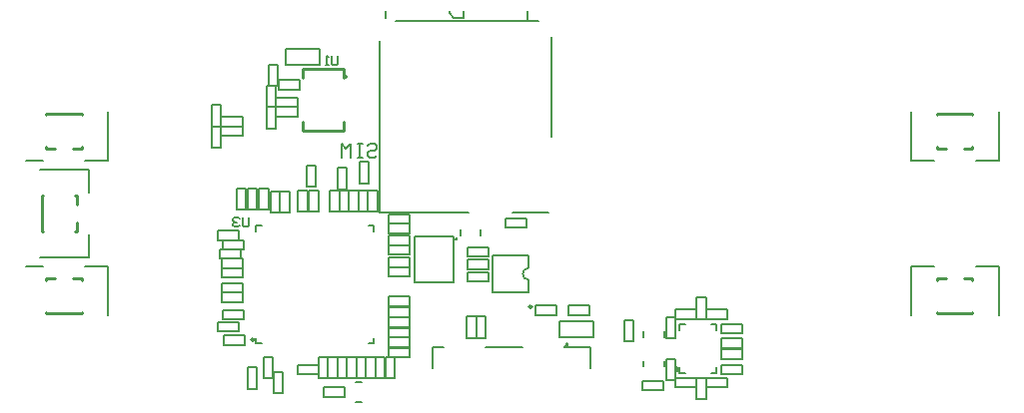
<source format=gbo>
G04*
G04 #@! TF.GenerationSoftware,Altium Limited,Altium Designer,18.1.6 (161)*
G04*
G04 Layer_Color=9555144*
%FSLAX24Y24*%
%MOIN*%
G70*
G01*
G75*
%ADD10C,0.0100*%
%ADD11C,0.0060*%
%ADD12C,0.0079*%
%ADD13C,0.0080*%
%ADD14C,0.0098*%
%ADD15C,0.0059*%
G54D10*
X79154Y25217D02*
G03*
X79154Y25217I-10J0D01*
G01*
X75483Y30640D02*
G03*
X75483Y30640I-40J0D01*
G01*
X95197Y22717D02*
X96378D01*
X95197Y23898D02*
X95492D01*
X96083D02*
X96378D01*
Y23839D02*
Y23898D01*
X95197Y22717D02*
Y22776D01*
Y23839D02*
Y23898D01*
X96378Y22717D02*
Y22776D01*
X95197Y29409D02*
X96378D01*
X96083Y28228D02*
X96378D01*
X95197D02*
X95492D01*
X95197D02*
Y28287D01*
X96378Y29350D02*
Y29409D01*
Y28228D02*
Y28287D01*
X95197Y29350D02*
Y29409D01*
X65472Y22717D02*
X66654D01*
X65472Y23898D02*
X65768D01*
X66358D02*
X66654D01*
Y23839D02*
Y23898D01*
X65472Y22717D02*
Y22776D01*
Y23839D02*
Y23898D01*
X66654Y22717D02*
Y22776D01*
X65472Y29409D02*
X66654D01*
X66358Y28228D02*
X66654D01*
X65472D02*
X65768D01*
X65472D02*
Y28287D01*
X66654Y29350D02*
Y29409D01*
Y28228D02*
Y28287D01*
X65472Y29350D02*
Y29409D01*
X65315Y25472D02*
Y26654D01*
X66496Y26358D02*
Y26654D01*
Y25472D02*
Y25768D01*
X66437Y25472D02*
X66496D01*
X65315Y26654D02*
X65374D01*
X66437D02*
X66496D01*
X65315Y25472D02*
X65374D01*
X75394Y28829D02*
Y29124D01*
X74016Y28829D02*
X75394D01*
X74016D02*
Y29124D01*
X75394Y30600D02*
Y30896D01*
X74016D02*
X75394D01*
X74016Y30600D02*
Y30896D01*
G54D11*
X72894Y30335D02*
Y31043D01*
X73209D01*
Y30335D02*
Y31043D01*
X72894Y30335D02*
X73209D01*
X71329Y24232D02*
X72037D01*
X71329D02*
Y24547D01*
X72037D01*
Y24232D02*
Y24547D01*
X80798Y25581D02*
X81506D01*
X80798D02*
Y25896D01*
X81506D01*
Y25581D02*
Y25896D01*
X71358Y22520D02*
X72067D01*
X71358D02*
Y22835D01*
X72067D01*
Y22520D02*
Y22835D01*
X74242Y26112D02*
Y26821D01*
X74557D01*
Y26112D02*
Y26821D01*
X74242Y26112D02*
X74557D01*
X76457Y20561D02*
Y21270D01*
X76142Y20561D02*
X76457D01*
X76142D02*
Y21270D01*
X76457D01*
X75256Y26112D02*
Y26821D01*
X75571D01*
Y26112D02*
Y26821D01*
X75256Y26112D02*
X75571D01*
X76880Y24262D02*
X77589D01*
Y23947D02*
Y24262D01*
X76880Y23947D02*
X77589D01*
X76880D02*
Y24262D01*
Y23287D02*
X77589D01*
Y22972D02*
Y23287D01*
X76880Y22972D02*
X77589D01*
X76880D02*
Y23287D01*
X73848Y20679D02*
X74557D01*
X73848D02*
Y20994D01*
X74557D01*
Y20679D02*
Y20994D01*
X72717Y20551D02*
X73032D01*
Y21260D01*
X72717D02*
X73032D01*
X72717Y20551D02*
Y21260D01*
X86093Y21939D02*
Y22136D01*
X85404Y21939D02*
Y22136D01*
X73465Y31559D02*
X74605D01*
X73465Y31019D02*
Y31559D01*
Y31019D02*
X74605D01*
Y31559D01*
X88691Y21565D02*
Y21880D01*
X87982D02*
X88691D01*
X87982Y21565D02*
Y21880D01*
Y21565D02*
X88691D01*
X73278Y26811D02*
X73593D01*
X73278Y26102D02*
Y26811D01*
Y26102D02*
X73593D01*
Y26811D01*
X87175Y22539D02*
Y22854D01*
X86467D02*
X87175D01*
X86467Y22539D02*
Y22854D01*
Y22539D02*
X87175D01*
X75187Y20561D02*
X75502D01*
Y21270D01*
X75187D02*
X75502D01*
X75187Y20561D02*
Y21270D01*
X76457Y20561D02*
X76772D01*
Y21270D01*
X76457D02*
X76772D01*
X76457Y20561D02*
Y21270D01*
X75571Y26821D02*
X75886D01*
X75571Y26112D02*
Y26821D01*
Y26112D02*
X75886D01*
Y26821D01*
X72963Y26811D02*
X73278D01*
X72963Y26102D02*
Y26811D01*
Y26102D02*
X73278D01*
Y26811D01*
X85364Y20148D02*
Y20463D01*
Y20148D02*
X86073D01*
Y20463D01*
X85364D02*
X86073D01*
X73228Y30207D02*
Y30522D01*
Y30207D02*
X73937D01*
Y30522D01*
X73228D02*
X73937D01*
X87175Y20246D02*
Y20561D01*
X86467D02*
X87175D01*
X86467Y20246D02*
Y20561D01*
Y20246D02*
X87175D01*
X84754Y21783D02*
X85069D01*
Y22492D01*
X84754D02*
X85069D01*
X84754Y21783D02*
Y22492D01*
X71978Y24547D02*
Y24862D01*
X71270D02*
X71978D01*
X71270Y24547D02*
Y24862D01*
Y24547D02*
X71978D01*
X76201Y26112D02*
X76516D01*
Y26821D01*
X76201D02*
X76516D01*
X76201Y26112D02*
Y26821D01*
X72106Y21673D02*
Y21988D01*
X71398D02*
X72106D01*
X71398Y21673D02*
Y21988D01*
Y21673D02*
X72106D01*
X74941Y26112D02*
X75256D01*
Y26821D01*
X74941D02*
X75256D01*
X74941Y26112D02*
Y26821D01*
X88691Y21201D02*
Y21516D01*
X87982D02*
X88691D01*
X87982Y21201D02*
Y21516D01*
Y21201D02*
X88691D01*
X71309Y29291D02*
X72018D01*
Y28976D02*
Y29291D01*
X71309Y28976D02*
X72018D01*
X71309D02*
Y29291D01*
X74193Y26112D02*
Y26821D01*
X73878Y26112D02*
X74193D01*
X73878D02*
Y26821D01*
X74193D01*
X71201Y22116D02*
X71909D01*
X71201D02*
Y22431D01*
X71909D01*
Y22116D02*
Y22431D01*
X77589Y24685D02*
Y25000D01*
X76880D02*
X77589D01*
X76880Y24685D02*
Y25000D01*
Y24685D02*
X77589D01*
X72510Y20207D02*
Y20915D01*
X72195Y20207D02*
X72510D01*
X72195D02*
Y20915D01*
X72510D01*
X76880Y25720D02*
X77589D01*
Y25405D02*
Y25720D01*
X76880Y25405D02*
X77589D01*
X76880D02*
Y25720D01*
X86152Y21201D02*
X86467D01*
X86152Y20492D02*
Y21201D01*
Y20492D02*
X86467D01*
Y21201D01*
X71329Y23415D02*
Y23730D01*
Y23415D02*
X72037D01*
Y23730D01*
X71329D02*
X72037D01*
X71329Y23100D02*
Y23415D01*
Y23100D02*
X72037D01*
Y23415D01*
X71329D02*
X72037D01*
X79813Y22618D02*
X80128D01*
X79813Y21909D02*
Y22618D01*
Y21909D02*
X80128D01*
Y22618D01*
X79498D02*
X79813D01*
X79498Y21909D02*
Y22618D01*
Y21909D02*
X79813D01*
Y22618D01*
X76880Y21929D02*
X77589D01*
X76880D02*
Y22244D01*
X77589D01*
Y21929D02*
Y22244D01*
X87490Y19852D02*
Y20561D01*
X87175Y19852D02*
X87490D01*
X87175D02*
Y20561D01*
X87490D01*
Y22539D02*
Y23248D01*
X87175Y22539D02*
X87490D01*
X87175D02*
Y23248D01*
X87490D01*
X79518Y24518D02*
X80226D01*
Y24203D02*
Y24518D01*
X79518Y24203D02*
X80226D01*
X79518D02*
Y24518D01*
X79513Y24943D02*
X80222D01*
Y24628D02*
Y24943D01*
X79513Y24628D02*
X80222D01*
X79513D02*
Y24943D01*
X73374Y20049D02*
Y20758D01*
X73059Y20049D02*
X73374D01*
X73059D02*
Y20758D01*
X73374D01*
X74715Y19931D02*
X75423D01*
X74715D02*
Y20246D01*
X75423D01*
Y19931D02*
Y20246D01*
X87490D02*
X88199D01*
X87490D02*
Y20561D01*
X88199D01*
Y20246D02*
Y20561D01*
X87982Y21004D02*
X88691D01*
Y20689D02*
Y21004D01*
X87982Y20689D02*
X88691D01*
X87982D02*
Y21004D01*
X87500Y22854D02*
X88209D01*
Y22539D02*
Y22854D01*
X87500Y22539D02*
X88209D01*
X87500D02*
Y22854D01*
X87982Y22057D02*
X88691D01*
X87982D02*
Y22372D01*
X88691D01*
Y22057D02*
Y22372D01*
X71309Y28976D02*
X72018D01*
Y28661D02*
Y28976D01*
X71309Y28661D02*
X72018D01*
X71309D02*
Y28976D01*
X77756Y23750D02*
Y25285D01*
X79055D01*
Y23750D02*
Y25285D01*
X77756Y23750D02*
X79055D01*
X71191Y25177D02*
Y25492D01*
Y25177D02*
X71900D01*
Y25492D01*
X71191D02*
X71900D01*
X77589Y24272D02*
Y24587D01*
X76880D02*
X77589D01*
X76880Y24272D02*
Y24587D01*
Y24272D02*
X77589D01*
X76782Y20561D02*
X77096D01*
Y21270D01*
X76782D02*
X77096D01*
X76782Y20561D02*
Y21270D01*
X77589Y22608D02*
Y22923D01*
X76880D02*
X77589D01*
X76880Y22608D02*
Y22923D01*
Y22608D02*
X77589D01*
X74872Y20561D02*
X75187D01*
Y21270D01*
X74872D02*
X75187D01*
X74872Y20561D02*
Y21270D01*
X75817Y20561D02*
X76132D01*
Y21270D01*
X75817D02*
X76132D01*
X75817Y20561D02*
Y21270D01*
X77589Y25720D02*
Y26035D01*
X76880D02*
X77589D01*
X76880Y25720D02*
Y26035D01*
Y25720D02*
X77589D01*
X72067Y24862D02*
Y25177D01*
X71358D02*
X72067D01*
X71358Y24862D02*
Y25177D01*
Y24862D02*
X72067D01*
X75502Y21270D02*
X75817D01*
X75502Y20561D02*
Y21270D01*
Y20561D02*
X75817D01*
Y21270D01*
X75886Y26821D02*
X76201D01*
X75886Y26112D02*
Y26821D01*
Y26112D02*
X76201D01*
Y26821D01*
X77589Y22274D02*
Y22589D01*
X76880D02*
X77589D01*
X76880Y22274D02*
Y22589D01*
Y22274D02*
X77589D01*
X74557Y20561D02*
X74872D01*
Y21270D01*
X74557D02*
X74872D01*
X74557Y20561D02*
Y21270D01*
X86093Y20945D02*
Y21142D01*
X85404Y20945D02*
Y21142D01*
X79970Y25344D02*
Y25541D01*
X79282Y25344D02*
Y25541D01*
X86152Y21900D02*
X86467D01*
Y22608D01*
X86152D02*
X86467D01*
X86152Y21900D02*
Y22608D01*
X75807Y20443D02*
X76004D01*
X75807Y19754D02*
X76004D01*
X73128Y28909D02*
Y29618D01*
X72813Y28909D02*
X73128D01*
X72813D02*
Y29618D01*
X73128D01*
X70994Y28976D02*
Y29685D01*
X71309D01*
Y28976D02*
Y29685D01*
X70994Y28976D02*
X71309D01*
X73138Y29933D02*
X73847D01*
Y29618D02*
Y29933D01*
X73138Y29618D02*
X73847D01*
X73138D02*
Y29933D01*
X71309Y28268D02*
Y28976D01*
X70994Y28268D02*
X71309D01*
X70994D02*
Y28976D01*
X71309D01*
X73138Y29618D02*
X73847D01*
Y29303D02*
Y29618D01*
X73138Y29303D02*
X73847D01*
X73138D02*
Y29618D01*
X72195Y26181D02*
Y26890D01*
X72510D01*
Y26181D02*
Y26890D01*
X72195Y26181D02*
X72510D01*
X76240Y27077D02*
Y27785D01*
X75925Y27077D02*
X76240D01*
X75925D02*
Y27785D01*
X76240D01*
X72813Y29618D02*
Y30326D01*
X73128D01*
Y29618D02*
Y30326D01*
X72813Y29618D02*
X73128D01*
X81791Y22992D02*
X82500D01*
Y22677D02*
Y22992D01*
X81791Y22677D02*
X82500D01*
X81791D02*
Y22992D01*
X74163Y26969D02*
Y27677D01*
X74478D01*
Y26969D02*
Y27677D01*
X74163Y26969D02*
X74478D01*
X82894Y22992D02*
X83602D01*
Y22677D02*
Y22992D01*
X82894Y22677D02*
X83602D01*
X82894D02*
Y22992D01*
X77589Y25000D02*
Y25315D01*
X76880D02*
X77589D01*
X76880Y25000D02*
Y25315D01*
Y25000D02*
X77589D01*
X71329Y23917D02*
Y24232D01*
Y23917D02*
X72037D01*
Y24232D01*
X71329D02*
X72037D01*
X71821Y26181D02*
Y26890D01*
X72136D01*
Y26181D02*
Y26890D01*
X71821Y26181D02*
X72136D01*
X72569D02*
Y26890D01*
X72884D01*
Y26181D02*
Y26890D01*
X72569Y26181D02*
X72884D01*
X76880Y21575D02*
X77589D01*
Y21260D02*
Y21575D01*
X76880Y21260D02*
X77589D01*
X76880D02*
Y21575D01*
Y21919D02*
X77589D01*
Y21604D02*
Y21919D01*
X76880Y21604D02*
X77589D01*
X76880D02*
Y21919D01*
X75502Y26870D02*
Y27579D01*
X75187Y26870D02*
X75502D01*
X75187D02*
Y27579D01*
X75502D01*
X79518Y23780D02*
Y24094D01*
Y23780D02*
X80226D01*
Y24094D01*
X79518D02*
X80226D01*
X82580Y21915D02*
Y22455D01*
X83720D01*
Y21915D02*
Y22455D01*
X82580Y21915D02*
X83720D01*
G54D12*
X81573Y24247D02*
G03*
X81573Y23840I0J-203D01*
G01*
X80353Y24654D02*
X81573D01*
X80353Y23433D02*
X81573D01*
X80353D02*
Y24654D01*
X81573Y24247D02*
Y24654D01*
Y23433D02*
Y23840D01*
X87844Y22175D02*
Y22372D01*
X87648D02*
X87844D01*
X86585Y20719D02*
Y20915D01*
Y20719D02*
X86781D01*
X86585Y22175D02*
Y22372D01*
X86781D01*
X87648Y20719D02*
X87844D01*
Y20915D01*
X83642Y20896D02*
Y21604D01*
X82756D02*
X83642D01*
X78366D02*
X78730D01*
X78366Y20896D02*
Y21604D01*
X80138D02*
X81358D01*
X82756D02*
X82864Y21713D01*
Y21604D02*
Y21713D01*
X76791Y32579D02*
Y32835D01*
X81516Y32480D02*
Y32835D01*
X79055Y32608D02*
X79390D01*
X78917Y32746D02*
X79055Y32608D01*
X79390D02*
Y32835D01*
X78917Y32746D02*
Y32835D01*
X77126Y32480D02*
X81890D01*
X76594Y26102D02*
Y31831D01*
Y26102D02*
X79567D01*
X82343Y28622D02*
Y31949D01*
X81043Y26102D02*
X82234D01*
X72470Y25472D02*
Y25659D01*
X72657D01*
X76220D02*
X76407D01*
Y25472D02*
Y25659D01*
Y21722D02*
Y21909D01*
X76220Y21722D02*
X76407D01*
X72470D02*
X72657D01*
X72470D02*
Y21909D01*
X76181Y28317D02*
X76260Y28396D01*
X76417D01*
X76496Y28317D01*
Y28238D01*
X76417Y28159D01*
X76260D01*
X76181Y28081D01*
Y28002D01*
X76260Y27923D01*
X76417D01*
X76496Y28002D01*
X76024Y28396D02*
X75866D01*
X75945D01*
Y27923D01*
X76024D01*
X75866D01*
X75630D02*
Y28396D01*
X75473Y28238D01*
X75315Y28396D01*
Y27923D01*
G54D13*
X66900Y26762D02*
Y27530D01*
X65276D02*
X66900D01*
X65276Y24596D02*
X66900D01*
Y25364D01*
X64793Y27844D02*
X65364D01*
X67530D02*
Y29469D01*
X66762Y27844D02*
X67530D01*
X64783Y24281D02*
X65364D01*
X67530Y22657D02*
Y24281D01*
X66762D02*
X67530D01*
X94321Y27844D02*
X95089D01*
X94321D02*
Y29469D01*
X97254Y27844D02*
Y29469D01*
X96486Y27844D02*
X97254D01*
X94321Y24281D02*
X95089D01*
X94321Y22657D02*
Y24281D01*
X97254Y22657D02*
Y24281D01*
X96486D02*
X97254D01*
G54D14*
X81672Y22951D02*
G03*
X81672Y22951I-49J0D01*
G01*
X86585Y20856D02*
G03*
X86585Y20856I-49J0D01*
G01*
X72411Y21850D02*
G03*
X72411Y21850I-49J0D01*
G01*
G54D15*
X72233Y25935D02*
Y25673D01*
X72181Y25620D01*
X72076D01*
X72023Y25673D01*
Y25935D01*
X71918Y25882D02*
X71866Y25935D01*
X71761D01*
X71708Y25882D01*
Y25830D01*
X71761Y25778D01*
X71813D01*
X71761D01*
X71708Y25725D01*
Y25673D01*
X71761Y25620D01*
X71866D01*
X71918Y25673D01*
X75198Y31338D02*
Y31076D01*
X75146Y31024D01*
X75041D01*
X74989Y31076D01*
Y31338D01*
X74884Y31024D02*
X74779D01*
X74831D01*
Y31338D01*
X74884Y31286D01*
M02*

</source>
